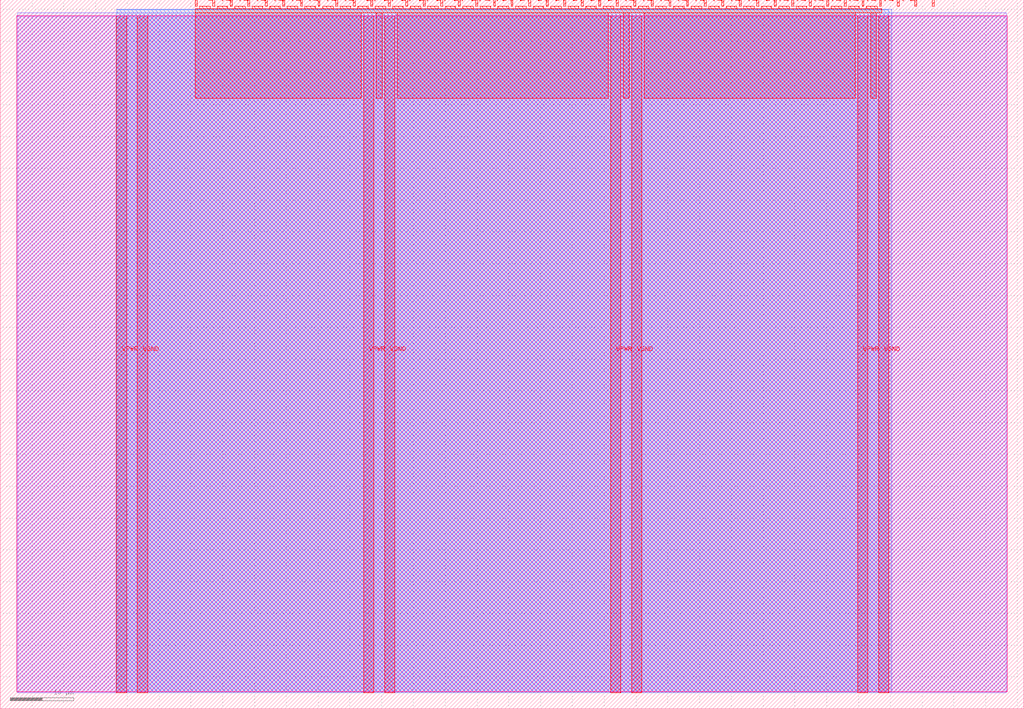
<source format=lef>
VERSION 5.7 ;
  NOWIREEXTENSIONATPIN ON ;
  DIVIDERCHAR "/" ;
  BUSBITCHARS "[]" ;
MACRO tt_um_c13_array_mult
  CLASS BLOCK ;
  FOREIGN tt_um_c13_array_mult ;
  ORIGIN 0.000 0.000 ;
  SIZE 161.000 BY 111.520 ;
  PIN VGND
    DIRECTION INOUT ;
    USE GROUND ;
    PORT
      LAYER met4 ;
        RECT 21.580 2.480 23.180 109.040 ;
    END
    PORT
      LAYER met4 ;
        RECT 60.450 2.480 62.050 109.040 ;
    END
    PORT
      LAYER met4 ;
        RECT 99.320 2.480 100.920 109.040 ;
    END
    PORT
      LAYER met4 ;
        RECT 138.190 2.480 139.790 109.040 ;
    END
  END VGND
  PIN VPWR
    DIRECTION INOUT ;
    USE POWER ;
    PORT
      LAYER met4 ;
        RECT 18.280 2.480 19.880 109.040 ;
    END
    PORT
      LAYER met4 ;
        RECT 57.150 2.480 58.750 109.040 ;
    END
    PORT
      LAYER met4 ;
        RECT 96.020 2.480 97.620 109.040 ;
    END
    PORT
      LAYER met4 ;
        RECT 134.890 2.480 136.490 109.040 ;
    END
  END VPWR
  PIN clk
    DIRECTION INPUT ;
    USE SIGNAL ;
    PORT
      LAYER met4 ;
        RECT 143.830 110.520 144.130 111.520 ;
    END
  END clk
  PIN ena
    DIRECTION INPUT ;
    USE SIGNAL ;
    PORT
      LAYER met4 ;
        RECT 146.590 110.520 146.890 111.520 ;
    END
  END ena
  PIN rst_n
    DIRECTION INPUT ;
    USE SIGNAL ;
    PORT
      LAYER met4 ;
        RECT 141.070 110.520 141.370 111.520 ;
    END
  END rst_n
  PIN ui_in[0]
    DIRECTION INPUT ;
    USE SIGNAL ;
    ANTENNAGATEAREA 0.126000 ;
    PORT
      LAYER met4 ;
        RECT 138.310 110.520 138.610 111.520 ;
    END
  END ui_in[0]
  PIN ui_in[1]
    DIRECTION INPUT ;
    USE SIGNAL ;
    ANTENNAGATEAREA 0.213000 ;
    PORT
      LAYER met4 ;
        RECT 135.550 110.520 135.850 111.520 ;
    END
  END ui_in[1]
  PIN ui_in[2]
    DIRECTION INPUT ;
    USE SIGNAL ;
    ANTENNAGATEAREA 0.196500 ;
    PORT
      LAYER met4 ;
        RECT 132.790 110.520 133.090 111.520 ;
    END
  END ui_in[2]
  PIN ui_in[3]
    DIRECTION INPUT ;
    USE SIGNAL ;
    ANTENNAGATEAREA 0.213000 ;
    PORT
      LAYER met4 ;
        RECT 130.030 110.520 130.330 111.520 ;
    END
  END ui_in[3]
  PIN ui_in[4]
    DIRECTION INPUT ;
    USE SIGNAL ;
    ANTENNAGATEAREA 0.126000 ;
    PORT
      LAYER met4 ;
        RECT 127.270 110.520 127.570 111.520 ;
    END
  END ui_in[4]
  PIN ui_in[5]
    DIRECTION INPUT ;
    USE SIGNAL ;
    ANTENNAGATEAREA 0.213000 ;
    PORT
      LAYER met4 ;
        RECT 124.510 110.520 124.810 111.520 ;
    END
  END ui_in[5]
  PIN ui_in[6]
    DIRECTION INPUT ;
    USE SIGNAL ;
    ANTENNAGATEAREA 0.213000 ;
    PORT
      LAYER met4 ;
        RECT 121.750 110.520 122.050 111.520 ;
    END
  END ui_in[6]
  PIN ui_in[7]
    DIRECTION INPUT ;
    USE SIGNAL ;
    ANTENNAGATEAREA 0.213000 ;
    PORT
      LAYER met4 ;
        RECT 118.990 110.520 119.290 111.520 ;
    END
  END ui_in[7]
  PIN uio_in[0]
    DIRECTION INPUT ;
    USE SIGNAL ;
    PORT
      LAYER met4 ;
        RECT 116.230 110.520 116.530 111.520 ;
    END
  END uio_in[0]
  PIN uio_in[1]
    DIRECTION INPUT ;
    USE SIGNAL ;
    PORT
      LAYER met4 ;
        RECT 113.470 110.520 113.770 111.520 ;
    END
  END uio_in[1]
  PIN uio_in[2]
    DIRECTION INPUT ;
    USE SIGNAL ;
    PORT
      LAYER met4 ;
        RECT 110.710 110.520 111.010 111.520 ;
    END
  END uio_in[2]
  PIN uio_in[3]
    DIRECTION INPUT ;
    USE SIGNAL ;
    PORT
      LAYER met4 ;
        RECT 107.950 110.520 108.250 111.520 ;
    END
  END uio_in[3]
  PIN uio_in[4]
    DIRECTION INPUT ;
    USE SIGNAL ;
    PORT
      LAYER met4 ;
        RECT 105.190 110.520 105.490 111.520 ;
    END
  END uio_in[4]
  PIN uio_in[5]
    DIRECTION INPUT ;
    USE SIGNAL ;
    PORT
      LAYER met4 ;
        RECT 102.430 110.520 102.730 111.520 ;
    END
  END uio_in[5]
  PIN uio_in[6]
    DIRECTION INPUT ;
    USE SIGNAL ;
    PORT
      LAYER met4 ;
        RECT 99.670 110.520 99.970 111.520 ;
    END
  END uio_in[6]
  PIN uio_in[7]
    DIRECTION INPUT ;
    USE SIGNAL ;
    PORT
      LAYER met4 ;
        RECT 96.910 110.520 97.210 111.520 ;
    END
  END uio_in[7]
  PIN uio_oe[0]
    DIRECTION OUTPUT ;
    USE SIGNAL ;
    PORT
      LAYER met4 ;
        RECT 49.990 110.520 50.290 111.520 ;
    END
  END uio_oe[0]
  PIN uio_oe[1]
    DIRECTION OUTPUT ;
    USE SIGNAL ;
    PORT
      LAYER met4 ;
        RECT 47.230 110.520 47.530 111.520 ;
    END
  END uio_oe[1]
  PIN uio_oe[2]
    DIRECTION OUTPUT ;
    USE SIGNAL ;
    PORT
      LAYER met4 ;
        RECT 44.470 110.520 44.770 111.520 ;
    END
  END uio_oe[2]
  PIN uio_oe[3]
    DIRECTION OUTPUT ;
    USE SIGNAL ;
    PORT
      LAYER met4 ;
        RECT 41.710 110.520 42.010 111.520 ;
    END
  END uio_oe[3]
  PIN uio_oe[4]
    DIRECTION OUTPUT ;
    USE SIGNAL ;
    PORT
      LAYER met4 ;
        RECT 38.950 110.520 39.250 111.520 ;
    END
  END uio_oe[4]
  PIN uio_oe[5]
    DIRECTION OUTPUT ;
    USE SIGNAL ;
    PORT
      LAYER met4 ;
        RECT 36.190 110.520 36.490 111.520 ;
    END
  END uio_oe[5]
  PIN uio_oe[6]
    DIRECTION OUTPUT ;
    USE SIGNAL ;
    PORT
      LAYER met4 ;
        RECT 33.430 110.520 33.730 111.520 ;
    END
  END uio_oe[6]
  PIN uio_oe[7]
    DIRECTION OUTPUT ;
    USE SIGNAL ;
    PORT
      LAYER met4 ;
        RECT 30.670 110.520 30.970 111.520 ;
    END
  END uio_oe[7]
  PIN uio_out[0]
    DIRECTION OUTPUT ;
    USE SIGNAL ;
    PORT
      LAYER met4 ;
        RECT 72.070 110.520 72.370 111.520 ;
    END
  END uio_out[0]
  PIN uio_out[1]
    DIRECTION OUTPUT ;
    USE SIGNAL ;
    PORT
      LAYER met4 ;
        RECT 69.310 110.520 69.610 111.520 ;
    END
  END uio_out[1]
  PIN uio_out[2]
    DIRECTION OUTPUT ;
    USE SIGNAL ;
    PORT
      LAYER met4 ;
        RECT 66.550 110.520 66.850 111.520 ;
    END
  END uio_out[2]
  PIN uio_out[3]
    DIRECTION OUTPUT ;
    USE SIGNAL ;
    PORT
      LAYER met4 ;
        RECT 63.790 110.520 64.090 111.520 ;
    END
  END uio_out[3]
  PIN uio_out[4]
    DIRECTION OUTPUT ;
    USE SIGNAL ;
    PORT
      LAYER met4 ;
        RECT 61.030 110.520 61.330 111.520 ;
    END
  END uio_out[4]
  PIN uio_out[5]
    DIRECTION OUTPUT ;
    USE SIGNAL ;
    PORT
      LAYER met4 ;
        RECT 58.270 110.520 58.570 111.520 ;
    END
  END uio_out[5]
  PIN uio_out[6]
    DIRECTION OUTPUT ;
    USE SIGNAL ;
    PORT
      LAYER met4 ;
        RECT 55.510 110.520 55.810 111.520 ;
    END
  END uio_out[6]
  PIN uio_out[7]
    DIRECTION OUTPUT ;
    USE SIGNAL ;
    PORT
      LAYER met4 ;
        RECT 52.750 110.520 53.050 111.520 ;
    END
  END uio_out[7]
  PIN uo_out[0]
    DIRECTION OUTPUT ;
    USE SIGNAL ;
    ANTENNADIFFAREA 0.795200 ;
    PORT
      LAYER met4 ;
        RECT 94.150 110.520 94.450 111.520 ;
    END
  END uo_out[0]
  PIN uo_out[1]
    DIRECTION OUTPUT ;
    USE SIGNAL ;
    ANTENNADIFFAREA 0.445500 ;
    PORT
      LAYER met4 ;
        RECT 91.390 110.520 91.690 111.520 ;
    END
  END uo_out[1]
  PIN uo_out[2]
    DIRECTION OUTPUT ;
    USE SIGNAL ;
    ANTENNADIFFAREA 0.445500 ;
    PORT
      LAYER met4 ;
        RECT 88.630 110.520 88.930 111.520 ;
    END
  END uo_out[2]
  PIN uo_out[3]
    DIRECTION OUTPUT ;
    USE SIGNAL ;
    ANTENNADIFFAREA 0.445500 ;
    PORT
      LAYER met4 ;
        RECT 85.870 110.520 86.170 111.520 ;
    END
  END uo_out[3]
  PIN uo_out[4]
    DIRECTION OUTPUT ;
    USE SIGNAL ;
    ANTENNADIFFAREA 0.445500 ;
    PORT
      LAYER met4 ;
        RECT 83.110 110.520 83.410 111.520 ;
    END
  END uo_out[4]
  PIN uo_out[5]
    DIRECTION OUTPUT ;
    USE SIGNAL ;
    ANTENNADIFFAREA 0.445500 ;
    PORT
      LAYER met4 ;
        RECT 80.350 110.520 80.650 111.520 ;
    END
  END uo_out[5]
  PIN uo_out[6]
    DIRECTION OUTPUT ;
    USE SIGNAL ;
    ANTENNADIFFAREA 0.445500 ;
    PORT
      LAYER met4 ;
        RECT 77.590 110.520 77.890 111.520 ;
    END
  END uo_out[6]
  PIN uo_out[7]
    DIRECTION OUTPUT ;
    USE SIGNAL ;
    ANTENNADIFFAREA 0.445500 ;
    PORT
      LAYER met4 ;
        RECT 74.830 110.520 75.130 111.520 ;
    END
  END uo_out[7]
  OBS
      LAYER nwell ;
        RECT 2.570 2.635 158.430 108.990 ;
      LAYER li1 ;
        RECT 2.760 2.635 158.240 108.885 ;
      LAYER met1 ;
        RECT 2.760 2.480 158.240 109.440 ;
      LAYER met2 ;
        RECT 18.310 2.535 140.200 110.005 ;
      LAYER met3 ;
        RECT 18.290 2.555 139.780 109.985 ;
      LAYER met4 ;
        RECT 31.370 110.120 33.030 110.520 ;
        RECT 34.130 110.120 35.790 110.520 ;
        RECT 36.890 110.120 38.550 110.520 ;
        RECT 39.650 110.120 41.310 110.520 ;
        RECT 42.410 110.120 44.070 110.520 ;
        RECT 45.170 110.120 46.830 110.520 ;
        RECT 47.930 110.120 49.590 110.520 ;
        RECT 50.690 110.120 52.350 110.520 ;
        RECT 53.450 110.120 55.110 110.520 ;
        RECT 56.210 110.120 57.870 110.520 ;
        RECT 58.970 110.120 60.630 110.520 ;
        RECT 61.730 110.120 63.390 110.520 ;
        RECT 64.490 110.120 66.150 110.520 ;
        RECT 67.250 110.120 68.910 110.520 ;
        RECT 70.010 110.120 71.670 110.520 ;
        RECT 72.770 110.120 74.430 110.520 ;
        RECT 75.530 110.120 77.190 110.520 ;
        RECT 78.290 110.120 79.950 110.520 ;
        RECT 81.050 110.120 82.710 110.520 ;
        RECT 83.810 110.120 85.470 110.520 ;
        RECT 86.570 110.120 88.230 110.520 ;
        RECT 89.330 110.120 90.990 110.520 ;
        RECT 92.090 110.120 93.750 110.520 ;
        RECT 94.850 110.120 96.510 110.520 ;
        RECT 97.610 110.120 99.270 110.520 ;
        RECT 100.370 110.120 102.030 110.520 ;
        RECT 103.130 110.120 104.790 110.520 ;
        RECT 105.890 110.120 107.550 110.520 ;
        RECT 108.650 110.120 110.310 110.520 ;
        RECT 111.410 110.120 113.070 110.520 ;
        RECT 114.170 110.120 115.830 110.520 ;
        RECT 116.930 110.120 118.590 110.520 ;
        RECT 119.690 110.120 121.350 110.520 ;
        RECT 122.450 110.120 124.110 110.520 ;
        RECT 125.210 110.120 126.870 110.520 ;
        RECT 127.970 110.120 129.630 110.520 ;
        RECT 130.730 110.120 132.390 110.520 ;
        RECT 133.490 110.120 135.150 110.520 ;
        RECT 136.250 110.120 137.910 110.520 ;
        RECT 30.655 109.440 138.625 110.120 ;
        RECT 30.655 96.055 56.750 109.440 ;
        RECT 59.150 96.055 60.050 109.440 ;
        RECT 62.450 96.055 95.620 109.440 ;
        RECT 98.020 96.055 98.920 109.440 ;
        RECT 101.320 96.055 134.490 109.440 ;
        RECT 136.890 96.055 137.790 109.440 ;
  END
END tt_um_c13_array_mult
END LIBRARY


</source>
